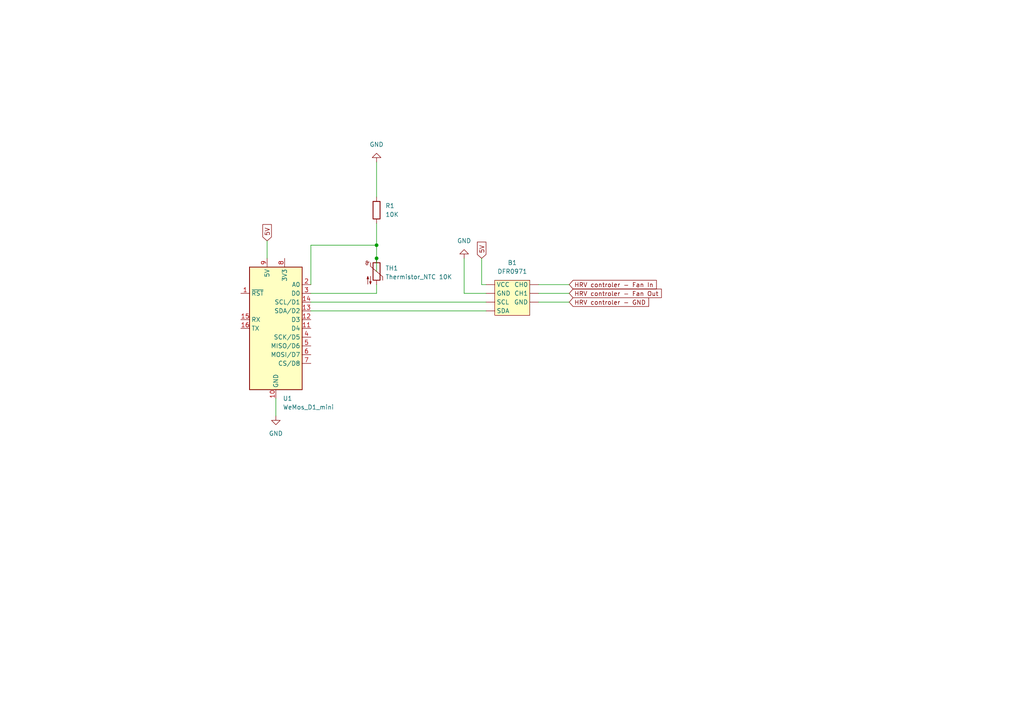
<source format=kicad_sch>
(kicad_sch (version 20211123) (generator eeschema)
  (paper "A4")
  (title_block (date "2022-12-18"))
  (lib_symbols
    (symbol "Device:R" (pin_numbers hide) (pin_names (offset 0))
      (property "Reference" "R" (at 2.032 0 90))
      (property "Value" "R" (at 0 0 90))
      (symbol "R_0_1"
        (rectangle (start -1.016 -2.54) (end 1.016 2.54) (stroke (width 0.254)))
      )
      (symbol "R_1_1"
        (pin passive line (at 0 3.81 270) (length 1.27) (name "~") (number "1"))
        (pin passive line (at 0 -3.81 90) (length 1.27) (name "~") (number "2"))
      )
    )
    (symbol "Device:Thermistor_NTC" (pin_numbers hide) (pin_names (offset 0))
      (property "Reference" "TH" (at -4.445 0 90))
      (property "Value" "Thermistor_NTC" (at 3.175 0 90))
      (symbol "Thermistor_NTC_0_1"
        (arc (start -3.048 2.159) (mid -3.0495 2.3143) (end -3.175 2.413))
        (arc (start -3.048 2.159) (mid -2.9736 1.9794) (end -2.794 1.905))
        (arc (start -3.048 2.794) (mid -2.9736 2.6144) (end -2.794 2.54))
        (arc (start -2.794 1.905) (mid -2.6144 1.9794) (end -2.54 2.159))
        (arc (start -2.794 2.54) (mid -2.4393 2.5587) (end -2.159 2.794))
        (arc (start -2.794 3.048) (mid -2.9736 2.9736) (end -3.048 2.794))
        (arc (start -2.54 2.794) (mid -2.6144 2.9736) (end -2.794 3.048))
        (rectangle (start -1.016 2.54) (end 1.016 -2.54) (stroke (width 0.254)))
        (polyline (pts (xy -2.54 2.159) (xy -2.54 2.794)))
        (polyline (pts (xy -1.778 2.54) (xy -1.778 1.524) (xy 1.778 -1.524) (xy 1.778 -2.54)))
        (polyline (pts (xy -2.54 -3.683) (xy -2.54 -1.397) (xy -2.794 -2.159) (xy -2.286 -2.159) (xy -2.54 -1.397) (xy -2.54 -1.651)) (fill (type outline)))
        (polyline (pts (xy -1.778 -1.397) (xy -1.778 -3.683) (xy -2.032 -2.921) (xy -1.524 -2.921) (xy -1.778 -3.683) (xy -1.778 -3.429)) (fill (type outline)))
      )
      (symbol "Thermistor_NTC_1_1"
        (pin passive line (at 0 3.81 270) (length 1.27) (name "~") (number "1"))
        (pin passive line (at 0 -3.81 90) (length 1.27) (name "~") (number "2"))
      )
    )
    (symbol "MCU_Module:WeMos_D1_mini"
      (property "Reference" "U" (at 3.81 19.05 0))
      (property "Value" "WeMos_D1_mini" (at 1.27 -19.05 0))
      (symbol "WeMos_D1_mini_1_1"
        (rectangle (start -7.62 17.78) (end 7.62 -17.78) (stroke (width 0.254)) (fill (type background)))
        (pin input line (at -10.16 10.16 0) (length 2.54) (name "~{RST}") (number "1"))
        (pin power_in line (at 0 -20.32 90) (length 2.54) (name "GND") (number "10"))
        (pin bidirectional line (at 10.16 0 180) (length 2.54) (name "D4") (number "11"))
        (pin bidirectional line (at 10.16 2.54 180) (length 2.54) (name "D3") (number "12"))
        (pin bidirectional line (at 10.16 5.08 180) (length 2.54) (name "SDA/D2") (number "13"))
        (pin bidirectional line (at 10.16 7.62 180) (length 2.54) (name "SCL/D1") (number "14"))
        (pin input line (at -10.16 2.54 0) (length 2.54) (name "RX") (number "15"))
        (pin output line (at -10.16 0 0) (length 2.54) (name "TX") (number "16"))
        (pin input line (at 10.16 12.7 180) (length 2.54) (name "A0") (number "2"))
        (pin bidirectional line (at 10.16 10.16 180) (length 2.54) (name "D0") (number "3"))
        (pin bidirectional line (at 10.16 -2.54 180) (length 2.54) (name "SCK/D5") (number "4"))
        (pin bidirectional line (at 10.16 -5.08 180) (length 2.54) (name "MISO/D6") (number "5"))
        (pin bidirectional line (at 10.16 -7.62 180) (length 2.54) (name "MOSI/D7") (number "6"))
        (pin bidirectional line (at 10.16 -10.16 180) (length 2.54) (name "CS/D8") (number "7"))
        (pin power_out line (at 2.54 20.32 270) (length 2.54) (name "3V3") (number "8"))
        (pin power_in line (at -2.54 20.32 270) (length 2.54) (name "5V") (number "9"))
      )
    )
    (symbol "custom_boards:DFR0971"
      (property "Reference" "B" (at 0 0 0))
      (property "Value" "DFR0971" (at 0 0 0))
      (symbol "DFR0971_0_1"
        (rectangle (start -5.08 -1.27) (end 5.08 -11.43) (fill (type background)))
        (rectangle (start 1.27 -7.62) (end 1.27 -7.62))
      )
      (symbol "DFR0971_1_1"
        (pin output line (at 7.62 -2.54 180) (length 2.54) (name "CH0") (number ""))
        (pin output line (at 7.62 -5.08 180) (length 2.54) (name "CH1") (number ""))
        (pin input line (at -7.62 -5.08 0) (length 2.54) (name "GND") (number ""))
        (pin output line (at 7.62 -7.62 180) (length 2.54) (name "GND") (number ""))
        (pin input line (at -7.62 -7.62 0) (length 2.54) (name "SCL") (number ""))
        (pin input line (at -7.62 -10.16 0) (length 2.54) (name "SDA") (number ""))
        (pin input line (at -7.62 -2.54 0) (length 2.54) (name "VCC") (number ""))
      )
    )
    (symbol "power:GND" (power) (pin_names (offset 0))
      (property "Value" "GND" (at 0 -3.81 0))
      (symbol "GND_0_1"
        (polyline (pts (xy 0 0) (xy 0 -1.27) (xy 1.27 -1.27) (xy 0 -2.54) (xy -1.27 -1.27) (xy 0 -1.27)))
      )
      (symbol "GND_1_1"
        (pin power_in line (at 0 0 270) (length 0) hide (name "GND") (number "1"))
      )
    )
  )
  (junction (at 109.22 74.93))
  (junction (at 109.22 71.12))
  (wire (pts (xy 90.17 90.17) (xy 140.97 90.17)))
  (wire (pts (xy 156.21 82.55) (xy 165.1 82.55)))
  (wire (pts (xy 90.17 71.12) (xy 90.17 82.55)))
  (wire (pts (xy 90.17 85.09) (xy 109.22 85.09)))
  (wire (pts (xy 109.22 71.12) (xy 109.22 74.93)))
  (wire (pts (xy 156.21 87.63) (xy 165.1 87.63)))
  (wire (pts (xy 134.62 85.09) (xy 140.97 85.09)))
  (wire (pts (xy 109.22 64.77) (xy 109.22 71.12)))
  (wire (pts (xy 109.22 85.09) (xy 109.22 82.55)))
  (wire (pts (xy 139.7 74.93) (xy 139.7 82.55)))
  (wire (pts (xy 156.21 85.09) (xy 165.1 85.09)))
  (wire (pts (xy 109.22 46.99) (xy 109.22 57.15)))
  (wire (pts (xy 139.7 82.55) (xy 140.97 82.55)))
  (wire (pts (xy 90.17 87.63) (xy 140.97 87.63)))
  (wire (pts (xy 109.22 74.93) (xy 109.22 78.74)))
  (wire (pts (xy 90.17 71.12) (xy 109.22 71.12)))
  (wire (pts (xy 77.47 69.85) (xy 77.47 74.93)))
  (wire (pts (xy 80.01 115.57) (xy 80.01 120.65)))
  (wire (pts (xy 134.62 74.93) (xy 134.62 85.09)))
  (global_label "HRV controler - Fan Out" (shape input) (at 165.1 85.09 0) (property "Intersheet References" "${INTERSHEET_REFS}" (effects hide)))
  (global_label "HRV controler - GND" (shape input) (at 165.1 87.63 0) (property "Intersheet References" "${INTERSHEET_REFS}" (effects hide)))
  (global_label "5V" (shape input) (at 77.47 69.85 90) (property "Intersheet References" "${INTERSHEET_REFS}" (effects hide)))
  (global_label "5V" (shape input) (at 139.7 74.93 90) (property "Intersheet References" "${INTERSHEET_REFS}" (effects hide)))
  (global_label "HRV controler - Fan In" (shape input) (at 165.1 82.55 0) (property "Intersheet References" "${INTERSHEET_REFS}" (effects hide)))
  (symbol (lib_id "power:GND") (at 80.01 120.65 0) (unit 1)
    (property "Reference" "#PWR?" (effects hide))
    (property "Value" "GND" (at 80.01 125.73 0))
  )
  (symbol (lib_id "power:GND") (at 134.62 74.93 180) (unit 1)
    (property "Reference" "#PWR?" (effects hide))
    (property "Value" "GND" (at 134.62 69.85 0))
  )
  (symbol (lib_id "MCU_Module:WeMos_D1_mini") (at 80.01 95.25 0) (unit 1)
    (property "Reference" "U1" (at 82.0294 115.57 0) (effects (justify left)))
    (property "Value" "WeMos_D1_mini" (at 82.0294 118.11 0) (effects (justify left)))
    (property "Footprint" "Module:WEMOS_D1_mini_light" (effects hide))
    (property "Datasheet" "https://wiki.wemos.cc/products:d1:d1_mini#documentation" (effects hide))
  )
  (symbol (lib_id "custom_boards:DFR0971") (at 148.59 80.01 0) (unit 1)
    (property "Reference" "B1" (at 148.59 76.2 0))
    (property "Value" "DFR0971" (at 148.59 78.74 0))
  )
  (symbol (lib_id "Device:Thermistor_NTC") (at 109.22 78.74 0) (unit 1)
    (property "Reference" "TH1" (at 111.76 77.7874 0) (effects (justify left)))
    (property "Value" "Thermistor_NTC 10K" (at 111.76 80.3274 0) (effects (justify left)))
  )
  (symbol (lib_id "Device:R") (at 109.22 60.96 0) (unit 1)
    (property "Reference" "R1" (at 111.76 59.6899 0) (effects (justify left)))
    (property "Value" "10K" (at 111.76 62.2299 0) (effects (justify left)))
  )
  (symbol (lib_id "power:GND") (at 109.22 46.99 180) (unit 1)
    (property "Reference" "#PWR?" (effects hide))
    (property "Value" "GND" (at 109.22 41.91 0))
  )
)
</source>
